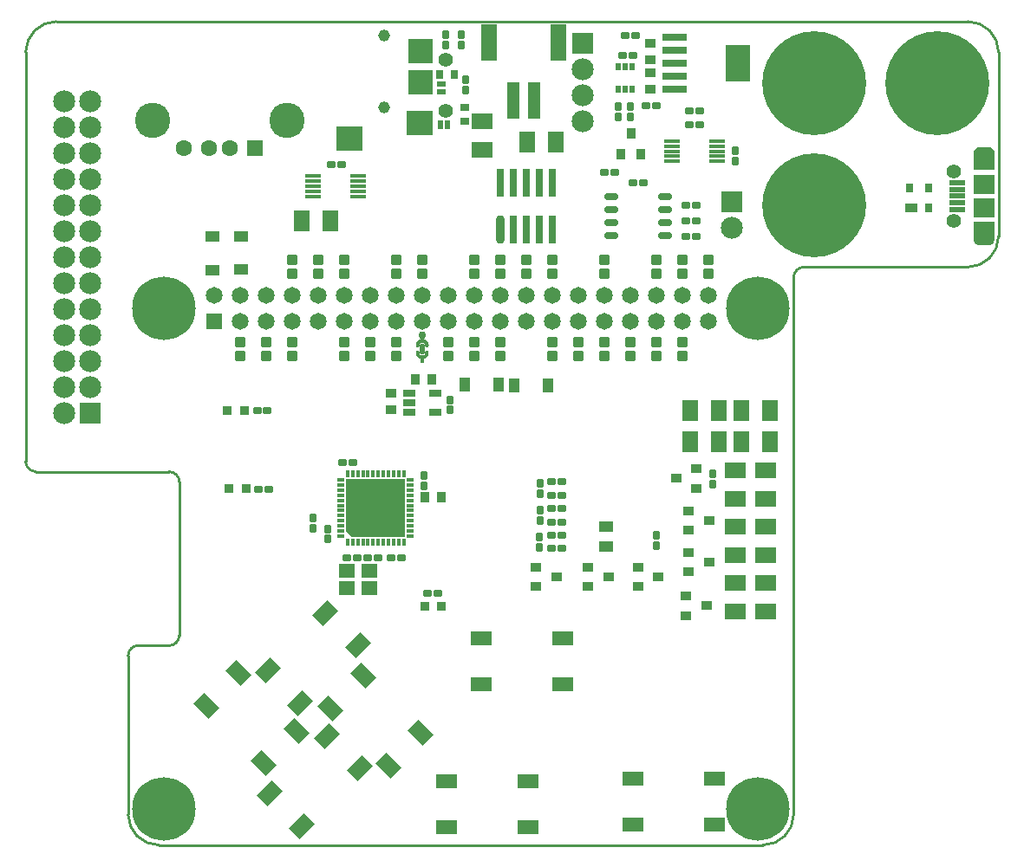
<source format=gts>
G04*
G04 #@! TF.GenerationSoftware,Altium Limited,Altium Designer,21.0.8 (223)*
G04*
G04 Layer_Color=8388736*
%FSAX25Y25*%
%MOIN*%
G70*
G04*
G04 #@! TF.SameCoordinates,C73BC072-7C63-40B6-A927-07284C235285*
G04*
G04*
G04 #@! TF.FilePolarity,Negative*
G04*
G01*
G75*
%ADD14C,0.01000*%
%ADD60O,0.00601X0.00600*%
%ADD61O,0.02191X0.04091*%
%ADD62R,0.03740X0.03740*%
%ADD63R,0.02165X0.03347*%
%ADD64R,0.03347X0.02165*%
%ADD65R,0.03091X0.10591*%
G04:AMPARAMS|DCode=66|XSize=105.91mil|YSize=30.91mil|CornerRadius=9.2mil|HoleSize=0mil|Usage=FLASHONLY|Rotation=90.000|XOffset=0mil|YOffset=0mil|HoleType=Round|Shape=RoundedRectangle|*
%AMROUNDEDRECTD66*
21,1,0.10591,0.01250,0,0,90.0*
21,1,0.08750,0.03091,0,0,90.0*
1,1,0.01841,0.00625,0.04375*
1,1,0.01841,0.00625,-0.04375*
1,1,0.01841,-0.00625,-0.04375*
1,1,0.01841,-0.00625,0.04375*
%
%ADD66ROUNDEDRECTD66*%
%ADD67R,0.02165X0.02953*%
%ADD68R,0.04134X0.03740*%
%ADD69R,0.03740X0.04134*%
%ADD70R,0.05709X0.04134*%
G04:AMPARAMS|DCode=71|XSize=43.31mil|YSize=37.4mil|CornerRadius=6.1mil|HoleSize=0mil|Usage=FLASHONLY|Rotation=0.000|XOffset=0mil|YOffset=0mil|HoleType=Round|Shape=RoundedRectangle|*
%AMROUNDEDRECTD71*
21,1,0.04331,0.02520,0,0,0.0*
21,1,0.03110,0.03740,0,0,0.0*
1,1,0.01221,0.01555,-0.01260*
1,1,0.01221,-0.01555,-0.01260*
1,1,0.01221,-0.01555,0.01260*
1,1,0.01221,0.01555,0.01260*
%
%ADD71ROUNDEDRECTD71*%
%ADD72C,0.05591*%
G04:AMPARAMS|DCode=73|XSize=80.71mil|YSize=57.09mil|CornerRadius=0mil|HoleSize=0mil|Usage=FLASHONLY|Rotation=45.000|XOffset=0mil|YOffset=0mil|HoleType=Round|Shape=Rectangle|*
%AMROTATEDRECTD73*
4,1,4,-0.00835,-0.04872,-0.04872,-0.00835,0.00835,0.04872,0.04872,0.00835,-0.00835,-0.04872,0.0*
%
%ADD73ROTATEDRECTD73*%

G04:AMPARAMS|DCode=74|XSize=80.71mil|YSize=57.09mil|CornerRadius=0mil|HoleSize=0mil|Usage=FLASHONLY|Rotation=315.000|XOffset=0mil|YOffset=0mil|HoleType=Round|Shape=Rectangle|*
%AMROTATEDRECTD74*
4,1,4,-0.04872,0.00835,-0.00835,0.04872,0.04872,-0.00835,0.00835,-0.04872,-0.04872,0.00835,0.0*
%
%ADD74ROTATEDRECTD74*%

%ADD75R,0.08071X0.05709*%
%ADD76R,0.06496X0.13976*%
%ADD77R,0.04528X0.14370*%
G04:AMPARAMS|DCode=78|XSize=43.31mil|YSize=37.4mil|CornerRadius=6.89mil|HoleSize=0mil|Usage=FLASHONLY|Rotation=0.000|XOffset=0mil|YOffset=0mil|HoleType=Round|Shape=RoundedRectangle|*
%AMROUNDEDRECTD78*
21,1,0.04331,0.02362,0,0,0.0*
21,1,0.02953,0.03740,0,0,0.0*
1,1,0.01378,0.01476,-0.01181*
1,1,0.01378,-0.01476,-0.01181*
1,1,0.01378,-0.01476,0.01181*
1,1,0.01378,0.01476,0.01181*
%
%ADD78ROUNDEDRECTD78*%
G04:AMPARAMS|DCode=79|XSize=29.53mil|YSize=31.5mil|CornerRadius=5.91mil|HoleSize=0mil|Usage=FLASHONLY|Rotation=270.000|XOffset=0mil|YOffset=0mil|HoleType=Round|Shape=RoundedRectangle|*
%AMROUNDEDRECTD79*
21,1,0.02953,0.01968,0,0,270.0*
21,1,0.01772,0.03150,0,0,270.0*
1,1,0.01181,-0.00984,-0.00886*
1,1,0.01181,-0.00984,0.00886*
1,1,0.01181,0.00984,0.00886*
1,1,0.01181,0.00984,-0.00886*
%
%ADD79ROUNDEDRECTD79*%
%ADD80R,0.06102X0.08465*%
G04:AMPARAMS|DCode=81|XSize=29.53mil|YSize=31.5mil|CornerRadius=5.91mil|HoleSize=0mil|Usage=FLASHONLY|Rotation=180.000|XOffset=0mil|YOffset=0mil|HoleType=Round|Shape=RoundedRectangle|*
%AMROUNDEDRECTD81*
21,1,0.02953,0.01968,0,0,180.0*
21,1,0.01772,0.03150,0,0,180.0*
1,1,0.01181,-0.00886,0.00984*
1,1,0.01181,0.00886,0.00984*
1,1,0.01181,0.00886,-0.00984*
1,1,0.01181,-0.00886,-0.00984*
%
%ADD81ROUNDEDRECTD81*%
%ADD82R,0.02953X0.03347*%
%ADD83R,0.04528X0.03347*%
%ADD84R,0.05391X0.04191*%
%ADD85R,0.06299X0.01772*%
%ADD86R,0.08465X0.06102*%
%ADD87O,0.05512X0.02953*%
%ADD88R,0.06102X0.01772*%
%ADD89R,0.03740X0.02953*%
%ADD90R,0.02953X0.03740*%
%ADD91R,0.04191X0.05391*%
%ADD92R,0.05118X0.02953*%
%ADD93R,0.06102X0.05315*%
%ADD94R,0.02559X0.01575*%
%ADD95R,0.01575X0.02559*%
%ADD96R,0.20079X0.20079*%
%ADD97R,0.09252X0.02953*%
%ADD98R,0.09252X0.14370*%
%ADD99R,0.10433X0.09252*%
%ADD100R,0.09646X0.09252*%
%ADD101R,0.08071X0.07677*%
%ADD102R,0.05906X0.02165*%
%ADD103R,0.06496X0.06496*%
%ADD104C,0.06496*%
%ADD105R,0.06299X0.06299*%
%ADD106C,0.06299*%
%ADD107C,0.13583*%
%ADD108C,0.08465*%
%ADD109R,0.08465X0.08465*%
%ADD110C,0.39961*%
%ADD111C,0.24409*%
%ADD112C,0.04528*%
%ADD113O,0.05315X0.02657*%
%ADD114C,0.05512*%
%ADD115C,0.02953*%
G36*
X0106267Y0141042D02*
X0106312Y0141031D01*
X0106355Y0141014D01*
X0106394Y0140989D01*
X0106430Y0140959D01*
X0106460Y0140924D01*
X0106484Y0140884D01*
X0106502Y0140841D01*
X0106513Y0140796D01*
X0106517Y0140750D01*
Y0118702D01*
X0106513Y0118656D01*
X0106502Y0118611D01*
X0106484Y0118568D01*
X0106460Y0118528D01*
X0106430Y0118493D01*
X0106394Y0118463D01*
X0106355Y0118438D01*
X0106312Y0118421D01*
X0106267Y0118410D01*
X0106220Y0118406D01*
X0086142D01*
X0086095Y0118410D01*
X0086050Y0118421D01*
X0086020Y0118433D01*
X0086007Y0118438D01*
X0085967Y0118463D01*
X0085932Y0118493D01*
X0083964Y0120461D01*
X0083933Y0120497D01*
X0083909Y0120536D01*
X0083904Y0120549D01*
X0083891Y0120579D01*
X0083881Y0120625D01*
X0083877Y0120671D01*
Y0140750D01*
X0083881Y0140796D01*
X0083891Y0140841D01*
X0083909Y0140884D01*
X0083933Y0140924D01*
X0083964Y0140959D01*
X0083999Y0140989D01*
X0084039Y0141014D01*
X0084082Y0141031D01*
X0084127Y0141042D01*
X0084173Y0141046D01*
X0106220D01*
X0106267Y0141042D01*
D02*
G37*
G36*
X0114977Y0190299D02*
X0114989D01*
X0115000Y0190297D01*
X0115012Y0190296D01*
X0115023Y0190293D01*
X0115034Y0190291D01*
X0115046Y0190288D01*
X0115057Y0190285D01*
X0115068Y0190281D01*
X0115079Y0190277D01*
X0115226Y0190216D01*
X0115237Y0190211D01*
X0115247Y0190206D01*
X0115257Y0190200D01*
X0115268Y0190195D01*
X0115277Y0190188D01*
X0115287Y0190182D01*
X0115296Y0190174D01*
X0115305Y0190167D01*
X0115313Y0190159D01*
X0115322Y0190152D01*
X0115435Y0190039D01*
X0115443Y0190030D01*
X0115451Y0190022D01*
X0115458Y0190012D01*
X0115465Y0190003D01*
X0115472Y0189994D01*
X0115478Y0189984D01*
X0115484Y0189974D01*
X0115490Y0189964D01*
X0115494Y0189953D01*
X0115499Y0189943D01*
X0115561Y0189795D01*
X0115564Y0189784D01*
X0115569Y0189773D01*
X0115571Y0189762D01*
X0115575Y0189751D01*
X0115577Y0189739D01*
X0115579Y0189728D01*
X0115580Y0189716D01*
X0115582Y0189705D01*
Y0189693D01*
X0115583Y0189682D01*
Y0189602D01*
Y0189229D01*
X0115583Y0189226D01*
X0115583Y0189223D01*
X0115581Y0189203D01*
X0115579Y0189183D01*
X0115579Y0189180D01*
X0115578Y0189177D01*
X0115573Y0189157D01*
X0115569Y0189138D01*
X0115568Y0189135D01*
X0115567Y0189132D01*
X0115322Y0188428D01*
X0115320Y0188426D01*
X0115320Y0188423D01*
X0115311Y0188404D01*
X0115303Y0188386D01*
X0115301Y0188383D01*
X0115300Y0188380D01*
X0115288Y0188363D01*
X0115278Y0188347D01*
X0115276Y0188344D01*
X0115274Y0188342D01*
X0114811Y0187758D01*
X0114809Y0187756D01*
X0114807Y0187753D01*
X0114793Y0187739D01*
X0114779Y0187724D01*
X0114777Y0187722D01*
X0114775Y0187720D01*
X0114759Y0187708D01*
X0114743Y0187695D01*
X0114740Y0187694D01*
X0114737Y0187692D01*
X0114108Y0187293D01*
X0114105Y0187292D01*
X0114103Y0187290D01*
X0114085Y0187281D01*
X0114067Y0187271D01*
X0114064Y0187270D01*
X0114061Y0187269D01*
X0114042Y0187263D01*
X0114023Y0187256D01*
X0114020Y0187256D01*
X0114017Y0187255D01*
X0113883Y0187223D01*
Y0186402D01*
Y0186194D01*
D01*
Y0186194D01*
X0113880Y0186148D01*
X0113869Y0186103D01*
X0113860Y0186081D01*
X0113851Y0186060D01*
X0113827Y0186020D01*
X0113796Y0185985D01*
X0113796Y0185985D01*
X0113503Y0185691D01*
X0113503Y0185691D01*
X0113467Y0185661D01*
X0113428Y0185636D01*
X0113410Y0185629D01*
X0113385Y0185619D01*
X0113340Y0185608D01*
X0113293Y0185604D01*
X0112878D01*
X0112831Y0185608D01*
X0112786Y0185619D01*
X0112756Y0185631D01*
X0112743Y0185636D01*
X0112704Y0185661D01*
X0112668Y0185691D01*
X0112375Y0185985D01*
X0112344Y0186020D01*
X0112320Y0186060D01*
X0112302Y0186103D01*
X0112292Y0186148D01*
X0112288Y0186194D01*
Y0186402D01*
Y0187223D01*
X0112154Y0187255D01*
X0112151Y0187256D01*
X0112148Y0187256D01*
X0112129Y0187263D01*
X0112109Y0187269D01*
X0112107Y0187270D01*
X0112104Y0187271D01*
X0112086Y0187281D01*
X0112068Y0187290D01*
X0112065Y0187292D01*
X0112063Y0187293D01*
X0111433Y0187692D01*
X0111431Y0187694D01*
X0111428Y0187695D01*
X0111412Y0187708D01*
X0111396Y0187720D01*
X0111394Y0187722D01*
X0111392Y0187724D01*
X0111378Y0187739D01*
X0111364Y0187753D01*
X0111362Y0187756D01*
X0111360Y0187758D01*
X0110897Y0188342D01*
X0110895Y0188344D01*
X0110893Y0188347D01*
X0110882Y0188364D01*
X0110871Y0188380D01*
X0110870Y0188383D01*
X0110868Y0188386D01*
X0110860Y0188404D01*
X0110852Y0188423D01*
X0110851Y0188426D01*
X0110849Y0188428D01*
X0110604Y0189132D01*
X0110603Y0189135D01*
X0110602Y0189138D01*
X0110598Y0189157D01*
X0110592Y0189177D01*
X0110592Y0189180D01*
X0110591Y0189183D01*
X0110590Y0189203D01*
X0110588Y0189223D01*
X0110588Y0189226D01*
X0110588Y0189229D01*
Y0189602D01*
Y0189682D01*
X0110589Y0189693D01*
Y0189705D01*
X0110591Y0189716D01*
X0110591Y0189728D01*
X0110594Y0189739D01*
X0110596Y0189751D01*
X0110600Y0189762D01*
X0110602Y0189773D01*
X0110607Y0189784D01*
X0110610Y0189795D01*
X0110671Y0189943D01*
X0110677Y0189953D01*
X0110681Y0189964D01*
X0110687Y0189974D01*
X0110693Y0189984D01*
X0110699Y0189994D01*
X0110705Y0190003D01*
X0110713Y0190012D01*
X0110720Y0190022D01*
X0110728Y0190030D01*
X0110736Y0190039D01*
X0110849Y0190152D01*
X0110857Y0190159D01*
X0110866Y0190167D01*
X0110875Y0190174D01*
X0110884Y0190182D01*
X0110894Y0190188D01*
X0110903Y0190195D01*
X0110914Y0190200D01*
X0110924Y0190206D01*
X0110934Y0190211D01*
X0110945Y0190216D01*
X0111092Y0190277D01*
X0111103Y0190281D01*
X0111114Y0190285D01*
X0111125Y0190288D01*
X0111136Y0190291D01*
X0111148Y0190293D01*
X0111159Y0190296D01*
X0111171Y0190297D01*
X0111182Y0190299D01*
X0111194D01*
X0111206Y0190300D01*
X0111365D01*
X0111377Y0190299D01*
X0111389D01*
X0111400Y0190297D01*
X0111412Y0190296D01*
X0111423Y0190293D01*
X0111434Y0190291D01*
X0111446Y0190288D01*
X0111457Y0190285D01*
X0111468Y0190281D01*
X0111479Y0190277D01*
X0111626Y0190216D01*
X0111637Y0190211D01*
X0111647Y0190206D01*
X0111657Y0190200D01*
X0111668Y0190195D01*
X0111677Y0190188D01*
X0111687Y0190182D01*
X0111696Y0190174D01*
X0111705Y0190167D01*
X0111714Y0190159D01*
X0111722Y0190152D01*
X0111835Y0190039D01*
X0111843Y0190030D01*
X0111851Y0190022D01*
X0111858Y0190012D01*
X0111865Y0190003D01*
X0111872Y0189994D01*
X0111878Y0189984D01*
X0111884Y0189974D01*
X0111890Y0189964D01*
X0111894Y0189953D01*
X0111899Y0189943D01*
X0111961Y0189795D01*
X0111964Y0189784D01*
X0111969Y0189773D01*
X0111971Y0189762D01*
X0111975Y0189751D01*
X0111977Y0189739D01*
X0111979Y0189728D01*
X0111980Y0189716D01*
X0111982Y0189705D01*
Y0189693D01*
X0111983Y0189682D01*
Y0189616D01*
X0112004Y0189402D01*
X0112174Y0188993D01*
X0112476Y0188690D01*
X0112885Y0188521D01*
X0113085Y0188501D01*
X0113286Y0188521D01*
X0113695Y0188690D01*
X0113997Y0188993D01*
X0114167Y0189402D01*
X0114188Y0189616D01*
Y0189682D01*
X0114189Y0189693D01*
Y0189705D01*
X0114191Y0189716D01*
X0114191Y0189728D01*
X0114194Y0189739D01*
X0114196Y0189751D01*
X0114200Y0189762D01*
X0114202Y0189773D01*
X0114207Y0189784D01*
X0114210Y0189795D01*
X0114271Y0189943D01*
X0114277Y0189953D01*
X0114281Y0189964D01*
X0114287Y0189974D01*
X0114293Y0189984D01*
X0114299Y0189994D01*
X0114305Y0190003D01*
X0114313Y0190012D01*
X0114320Y0190022D01*
X0114328Y0190030D01*
X0114336Y0190039D01*
X0114449Y0190152D01*
X0114457Y0190159D01*
X0114466Y0190167D01*
X0114475Y0190174D01*
X0114484Y0190182D01*
X0114494Y0190188D01*
X0114503Y0190195D01*
X0114514Y0190200D01*
X0114524Y0190206D01*
X0114534Y0190211D01*
X0114545Y0190216D01*
X0114692Y0190277D01*
X0114703Y0190281D01*
X0114714Y0190285D01*
X0114725Y0190288D01*
X0114736Y0190291D01*
X0114748Y0190293D01*
X0114759Y0190296D01*
X0114771Y0190297D01*
X0114782Y0190299D01*
X0114794D01*
X0114806Y0190300D01*
X0114965D01*
X0114977Y0190299D01*
D02*
G37*
G36*
X0331316Y0268593D02*
X0331328D01*
X0331340Y0268591D01*
X0331351Y0268590D01*
X0331363Y0268588D01*
X0331374Y0268586D01*
X0331385Y0268582D01*
X0331396Y0268580D01*
X0331407Y0268575D01*
X0331418Y0268572D01*
X0332142Y0268272D01*
X0332152Y0268267D01*
X0332163Y0268262D01*
X0332173Y0268256D01*
X0332183Y0268251D01*
X0332192Y0268244D01*
X0332203Y0268238D01*
X0332211Y0268230D01*
X0332221Y0268224D01*
X0332229Y0268215D01*
X0332238Y0268208D01*
X0332792Y0267654D01*
X0332799Y0267645D01*
X0332807Y0267637D01*
X0332814Y0267628D01*
X0332822Y0267619D01*
X0332828Y0267609D01*
X0332835Y0267599D01*
X0332840Y0267589D01*
X0332846Y0267579D01*
X0332851Y0267568D01*
X0332856Y0267558D01*
X0333155Y0266834D01*
X0333159Y0266823D01*
X0333163Y0266812D01*
X0333166Y0266801D01*
X0333170Y0266790D01*
X0333172Y0266779D01*
X0333174Y0266767D01*
X0333175Y0266756D01*
X0333177Y0266744D01*
Y0266733D01*
X0333178Y0266721D01*
Y0266329D01*
Y0260030D01*
X0333174Y0259984D01*
X0333163Y0259939D01*
X0333146Y0259896D01*
X0333121Y0259856D01*
X0333091Y0259821D01*
X0333056Y0259791D01*
X0333016Y0259766D01*
X0332973Y0259749D01*
X0332928Y0259738D01*
X0332882Y0259734D01*
X0325401D01*
X0325355Y0259738D01*
X0325310Y0259749D01*
X0325267Y0259766D01*
X0325227Y0259791D01*
X0325192Y0259821D01*
X0325162Y0259856D01*
X0325138Y0259896D01*
X0325120Y0259939D01*
X0325109Y0259984D01*
X0325105Y0260030D01*
Y0266329D01*
Y0266721D01*
X0325106Y0266733D01*
Y0266744D01*
X0325108Y0266756D01*
X0325109Y0266767D01*
X0325112Y0266779D01*
X0325114Y0266790D01*
X0325117Y0266801D01*
X0325120Y0266812D01*
X0325124Y0266823D01*
X0325128Y0266834D01*
X0325428Y0267558D01*
X0325433Y0267568D01*
X0325437Y0267579D01*
X0325443Y0267589D01*
X0325449Y0267599D01*
X0325455Y0267609D01*
X0325462Y0267619D01*
X0325469Y0267628D01*
X0325476Y0267637D01*
X0325484Y0267645D01*
X0325492Y0267654D01*
X0326045Y0268208D01*
X0326054Y0268215D01*
X0326063Y0268224D01*
X0326072Y0268230D01*
X0326081Y0268238D01*
X0326091Y0268244D01*
X0326100Y0268251D01*
X0326111Y0268256D01*
X0326120Y0268262D01*
X0326131Y0268267D01*
X0326142Y0268272D01*
X0326865Y0268572D01*
X0326876Y0268575D01*
X0326887Y0268580D01*
X0326898Y0268582D01*
X0326909Y0268586D01*
X0326921Y0268588D01*
X0326932Y0268590D01*
X0326944Y0268591D01*
X0326955Y0268593D01*
X0326967D01*
X0326978Y0268594D01*
X0331305D01*
X0331316Y0268593D01*
D02*
G37*
G36*
X0332928Y0239850D02*
X0332973Y0239840D01*
X0333016Y0239822D01*
X0333056Y0239797D01*
X0333091Y0239767D01*
X0333121Y0239732D01*
X0333146Y0239692D01*
X0333163Y0239649D01*
X0333174Y0239604D01*
X0333178Y0239558D01*
Y0233259D01*
Y0232867D01*
X0333177Y0232855D01*
Y0232844D01*
X0333175Y0232832D01*
X0333174Y0232821D01*
X0333172Y0232809D01*
X0333170Y0232798D01*
X0333166Y0232787D01*
X0333163Y0232775D01*
X0333159Y0232765D01*
X0333155Y0232754D01*
X0332856Y0232030D01*
X0332851Y0232020D01*
X0332846Y0232009D01*
X0332840Y0231999D01*
X0332835Y0231989D01*
X0332828Y0231979D01*
X0332822Y0231969D01*
X0332814Y0231961D01*
X0332807Y0231951D01*
X0332799Y0231943D01*
X0332792Y0231934D01*
X0332238Y0231380D01*
X0332229Y0231373D01*
X0332221Y0231364D01*
X0332211Y0231358D01*
X0332203Y0231350D01*
X0332192Y0231344D01*
X0332183Y0231337D01*
X0332173Y0231332D01*
X0332163Y0231326D01*
X0332152Y0231321D01*
X0332142Y0231316D01*
X0331418Y0231016D01*
X0331407Y0231013D01*
X0331396Y0231008D01*
X0331385Y0231006D01*
X0331374Y0231002D01*
X0331363Y0231000D01*
X0331351Y0230997D01*
X0331340Y0230997D01*
X0331328Y0230995D01*
X0331316D01*
X0331305Y0230994D01*
X0326978D01*
X0326967Y0230995D01*
X0326955D01*
X0326944Y0230997D01*
X0326932Y0230997D01*
X0326921Y0231000D01*
X0326909Y0231002D01*
X0326898Y0231006D01*
X0326887Y0231008D01*
X0326876Y0231013D01*
X0326865Y0231016D01*
X0326142Y0231316D01*
X0326131Y0231321D01*
X0326120Y0231326D01*
X0326111Y0231332D01*
X0326100Y0231337D01*
X0326091Y0231344D01*
X0326081Y0231350D01*
X0326072Y0231358D01*
X0326063Y0231364D01*
X0326054Y0231373D01*
X0326045Y0231380D01*
X0325492Y0231934D01*
X0325484Y0231943D01*
X0325476Y0231951D01*
X0325469Y0231961D01*
X0325462Y0231969D01*
X0325455Y0231979D01*
X0325449Y0231989D01*
X0325443Y0231999D01*
X0325437Y0232009D01*
X0325433Y0232020D01*
X0325428Y0232030D01*
X0325128Y0232754D01*
X0325124Y0232765D01*
X0325120Y0232775D01*
X0325117Y0232787D01*
X0325114Y0232798D01*
X0325112Y0232809D01*
X0325109Y0232821D01*
X0325108Y0232832D01*
X0325106Y0232844D01*
Y0232855D01*
X0325105Y0232867D01*
Y0233259D01*
Y0239558D01*
X0325109Y0239604D01*
X0325120Y0239649D01*
X0325138Y0239692D01*
X0325162Y0239732D01*
X0325192Y0239767D01*
X0325227Y0239797D01*
X0325267Y0239822D01*
X0325310Y0239840D01*
X0325355Y0239850D01*
X0325401Y0239854D01*
X0332882D01*
X0332928Y0239850D01*
D02*
G37*
G36*
X0113345Y0196172D02*
X0113390Y0196161D01*
X0113420Y0196148D01*
X0113433Y0196143D01*
X0113472Y0196119D01*
X0113508Y0196089D01*
X0113802Y0195795D01*
X0113832Y0195759D01*
X0113856Y0195720D01*
X0113861Y0195707D01*
X0113874Y0195677D01*
X0113885Y0195632D01*
X0113888Y0195585D01*
Y0195378D01*
Y0194556D01*
X0114022Y0194525D01*
X0114025Y0194524D01*
X0114028Y0194523D01*
X0114047Y0194517D01*
X0114067Y0194511D01*
X0114069Y0194509D01*
X0114072Y0194508D01*
X0114090Y0194499D01*
X0114108Y0194490D01*
X0114111Y0194488D01*
X0114113Y0194487D01*
X0114743Y0194088D01*
X0114745Y0194086D01*
X0114748Y0194084D01*
X0114764Y0194072D01*
X0114780Y0194060D01*
X0114782Y0194058D01*
X0114784Y0194056D01*
X0114798Y0194041D01*
X0114812Y0194026D01*
X0114814Y0194024D01*
X0114816Y0194022D01*
X0115279Y0193438D01*
X0115281Y0193435D01*
X0115283Y0193433D01*
X0115294Y0193416D01*
X0115305Y0193399D01*
X0115306Y0193396D01*
X0115308Y0193394D01*
X0115316Y0193375D01*
X0115324Y0193357D01*
X0115325Y0193354D01*
X0115327Y0193351D01*
X0115572Y0192648D01*
X0115573Y0192645D01*
X0115574Y0192642D01*
X0115578Y0192622D01*
X0115584Y0192603D01*
X0115584Y0192600D01*
X0115585Y0192597D01*
X0115586Y0192576D01*
X0115588Y0192557D01*
X0115588Y0192553D01*
X0115588Y0192550D01*
Y0192178D01*
Y0192098D01*
X0115587Y0192086D01*
Y0192075D01*
X0115585Y0192063D01*
X0115585Y0192051D01*
X0115582Y0192040D01*
X0115580Y0192029D01*
X0115577Y0192018D01*
X0115574Y0192006D01*
X0115569Y0191996D01*
X0115566Y0191984D01*
X0115505Y0191837D01*
X0115499Y0191827D01*
X0115495Y0191816D01*
X0115489Y0191806D01*
X0115483Y0191796D01*
X0115477Y0191786D01*
X0115471Y0191776D01*
X0115463Y0191767D01*
X0115456Y0191758D01*
X0115448Y0191750D01*
X0115440Y0191741D01*
X0115327Y0191628D01*
X0115319Y0191620D01*
X0115310Y0191612D01*
X0115301Y0191605D01*
X0115292Y0191598D01*
X0115282Y0191592D01*
X0115273Y0191585D01*
X0115262Y0191579D01*
X0115252Y0191573D01*
X0115242Y0191569D01*
X0115231Y0191564D01*
X0115084Y0191503D01*
X0115073Y0191499D01*
X0115062Y0191495D01*
X0115051Y0191492D01*
X0115040Y0191488D01*
X0115028Y0191486D01*
X0115017Y0191484D01*
X0115005Y0191483D01*
X0114994Y0191481D01*
X0114982D01*
X0114970Y0191480D01*
X0114811D01*
X0114799Y0191481D01*
X0114787D01*
X0114776Y0191483D01*
X0114764Y0191484D01*
X0114753Y0191486D01*
X0114742Y0191488D01*
X0114731Y0191492D01*
X0114719Y0191495D01*
X0114708Y0191499D01*
X0114697Y0191503D01*
X0114550Y0191564D01*
X0114539Y0191569D01*
X0114529Y0191573D01*
X0114519Y0191579D01*
X0114508Y0191585D01*
X0114499Y0191592D01*
X0114489Y0191598D01*
X0114480Y0191605D01*
X0114471Y0191612D01*
X0114462Y0191620D01*
X0114454Y0191628D01*
X0114341Y0191741D01*
X0114333Y0191750D01*
X0114325Y0191758D01*
X0114318Y0191767D01*
X0114311Y0191776D01*
X0114304Y0191786D01*
X0114298Y0191796D01*
X0114292Y0191806D01*
X0114286Y0191816D01*
X0114282Y0191826D01*
X0114277Y0191837D01*
X0114215Y0191984D01*
X0114212Y0191996D01*
X0114207Y0192006D01*
X0114205Y0192018D01*
X0114201Y0192029D01*
X0114199Y0192040D01*
X0114197Y0192051D01*
X0114196Y0192063D01*
X0114194Y0192075D01*
Y0192086D01*
X0114193Y0192098D01*
Y0192163D01*
X0114172Y0192378D01*
X0114002Y0192787D01*
X0113700Y0193089D01*
X0113291Y0193259D01*
X0113091Y0193279D01*
X0112891Y0193259D01*
X0112481Y0193089D01*
X0112179Y0192787D01*
X0112009Y0192378D01*
X0111988Y0192163D01*
Y0192098D01*
X0111987Y0192086D01*
Y0192075D01*
X0111986Y0192063D01*
X0111985Y0192051D01*
X0111982Y0192040D01*
X0111980Y0192029D01*
X0111977Y0192018D01*
X0111974Y0192006D01*
X0111969Y0191996D01*
X0111966Y0191984D01*
X0111905Y0191837D01*
X0111899Y0191827D01*
X0111895Y0191816D01*
X0111889Y0191806D01*
X0111883Y0191796D01*
X0111877Y0191786D01*
X0111871Y0191776D01*
X0111863Y0191767D01*
X0111856Y0191758D01*
X0111848Y0191750D01*
X0111840Y0191741D01*
X0111727Y0191628D01*
X0111718Y0191620D01*
X0111710Y0191612D01*
X0111701Y0191605D01*
X0111692Y0191598D01*
X0111682Y0191592D01*
X0111673Y0191585D01*
X0111662Y0191579D01*
X0111652Y0191573D01*
X0111642Y0191569D01*
X0111631Y0191564D01*
X0111484Y0191503D01*
X0111473Y0191499D01*
X0111462Y0191495D01*
X0111451Y0191492D01*
X0111440Y0191488D01*
X0111428Y0191486D01*
X0111417Y0191484D01*
X0111405Y0191483D01*
X0111394Y0191481D01*
X0111382D01*
X0111370Y0191480D01*
X0111211D01*
X0111199Y0191481D01*
X0111188D01*
X0111176Y0191483D01*
X0111164Y0191484D01*
X0111153Y0191486D01*
X0111142Y0191488D01*
X0111130Y0191492D01*
X0111119Y0191495D01*
X0111108Y0191499D01*
X0111097Y0191503D01*
X0110950Y0191564D01*
X0110939Y0191569D01*
X0110929Y0191573D01*
X0110919Y0191579D01*
X0110908Y0191585D01*
X0110899Y0191592D01*
X0110889Y0191598D01*
X0110880Y0191605D01*
X0110871Y0191612D01*
X0110863Y0191620D01*
X0110854Y0191628D01*
X0110741Y0191741D01*
X0110733Y0191750D01*
X0110725Y0191758D01*
X0110718Y0191767D01*
X0110711Y0191776D01*
X0110705Y0191786D01*
X0110698Y0191796D01*
X0110692Y0191806D01*
X0110686Y0191816D01*
X0110682Y0191826D01*
X0110677Y0191837D01*
X0110615Y0191984D01*
X0110612Y0191996D01*
X0110607Y0192006D01*
X0110605Y0192018D01*
X0110601Y0192029D01*
X0110599Y0192040D01*
X0110597Y0192051D01*
X0110596Y0192063D01*
X0110594Y0192075D01*
Y0192086D01*
X0110593Y0192098D01*
Y0192178D01*
Y0192550D01*
X0110593Y0192553D01*
X0110593Y0192557D01*
X0110595Y0192576D01*
X0110597Y0192597D01*
X0110597Y0192600D01*
X0110598Y0192603D01*
X0110603Y0192622D01*
X0110607Y0192642D01*
X0110609Y0192645D01*
X0110609Y0192648D01*
X0110854Y0193351D01*
X0110856Y0193354D01*
X0110857Y0193357D01*
X0110865Y0193376D01*
X0110873Y0193394D01*
X0110875Y0193396D01*
X0110876Y0193399D01*
X0110888Y0193416D01*
X0110898Y0193433D01*
X0110900Y0193435D01*
X0110902Y0193438D01*
X0111365Y0194022D01*
X0111367Y0194024D01*
X0111369Y0194026D01*
X0111383Y0194041D01*
X0111397Y0194056D01*
X0111399Y0194058D01*
X0111401Y0194060D01*
X0111417Y0194072D01*
X0111433Y0194084D01*
X0111436Y0194086D01*
X0111439Y0194088D01*
X0112068Y0194487D01*
X0112071Y0194488D01*
X0112073Y0194490D01*
X0112091Y0194499D01*
X0112109Y0194508D01*
X0112112Y0194509D01*
X0112115Y0194511D01*
X0112134Y0194517D01*
X0112153Y0194523D01*
X0112156Y0194524D01*
X0112159Y0194525D01*
X0112293Y0194556D01*
Y0195378D01*
Y0195585D01*
X0112293Y0195589D01*
X0112296Y0195632D01*
X0112307Y0195677D01*
X0112318Y0195702D01*
X0112325Y0195720D01*
X0112349Y0195759D01*
X0112380Y0195795D01*
X0112380Y0195795D01*
X0112673Y0196089D01*
X0112673Y0196089D01*
X0112709Y0196119D01*
X0112748Y0196143D01*
X0112770Y0196152D01*
X0112791Y0196161D01*
X0112837Y0196172D01*
X0112883Y0196175D01*
D01*
X0112883D01*
X0113298D01*
X0113345Y0196172D01*
D02*
G37*
D14*
X0015748Y0076772D02*
G03*
X0019685Y0080709I0000000J0003937D01*
G01*
X0334646Y0305118D02*
G03*
X0322835Y0316929I-0011811J0000000D01*
G01*
X-0027559D02*
G03*
X-0039370Y0305118I0000000J-0011811D01*
G01*
X0259842Y0222441D02*
G03*
X0255906Y0218504I0000000J-0003937D01*
G01*
X0322835Y0222441D02*
G03*
X0334646Y0234252I0000000J0011811D01*
G01*
X-0039370Y0147638D02*
G03*
X-0035433Y0143701I0003937J0000000D01*
G01*
X0003937Y0076772D02*
G03*
X0000000Y0072835I0000000J-0003937D01*
G01*
X0019685Y0139764D02*
G03*
X0015748Y0143701I-0003937J0000000D01*
G01*
X0244094Y0000000D02*
G03*
X0255906Y0011811I0000000J0011811D01*
G01*
X0000000D02*
G03*
X0011811Y0000000I0011811J0000000D01*
G01*
X0003937Y0076772D02*
X0015748D01*
X0019685Y0080709D02*
Y0139764D01*
X0259842Y0222441D02*
X0322835D01*
X0255906Y0011811D02*
Y0218504D01*
X0011811Y0000000D02*
X0244094D01*
X0000000Y0011811D02*
Y0072835D01*
X-0035433Y0143701D02*
X0015748D01*
X-0039370Y0147638D02*
Y0305118D01*
X-0027559Y0316929D02*
X0322835D01*
X0334646Y0234252D02*
Y0305118D01*
D60*
X0113083Y0186237D02*
D03*
X0113093Y0195542D02*
D03*
D61*
X0113091Y0190894D02*
D03*
D62*
X0114052Y0092000D02*
D03*
X0120548D02*
D03*
X0045348Y0137100D02*
D03*
X0038852D02*
D03*
X0044748Y0167300D02*
D03*
X0038252D02*
D03*
D63*
X0122736Y0277067D02*
D03*
X0119980D02*
D03*
D64*
X0120571Y0289961D02*
D03*
Y0292717D02*
D03*
D65*
X0163000Y0255000D02*
D03*
Y0237000D02*
D03*
X0158000Y0255000D02*
D03*
Y0237000D02*
D03*
X0153000Y0255000D02*
D03*
Y0237000D02*
D03*
X0148000Y0255000D02*
D03*
Y0237000D02*
D03*
X0143000Y0255000D02*
D03*
D66*
Y0237000D02*
D03*
D67*
X0188484Y0290945D02*
D03*
X0191043D02*
D03*
X0193602D02*
D03*
X0188484Y0299606D02*
D03*
X0191043D02*
D03*
X0193602D02*
D03*
D68*
X0176757Y0107024D02*
D03*
Y0099544D02*
D03*
X0184631Y0103284D02*
D03*
X0223441Y0124892D02*
D03*
X0215567Y0121151D02*
D03*
Y0128632D02*
D03*
X0196018Y0106919D02*
D03*
Y0099439D02*
D03*
X0203892Y0103179D02*
D03*
X0223441Y0108796D02*
D03*
X0215567Y0105056D02*
D03*
Y0112536D02*
D03*
X0218520Y0137366D02*
D03*
Y0144846D02*
D03*
X0210646Y0141106D02*
D03*
X0164721Y0103225D02*
D03*
X0156847Y0099485D02*
D03*
Y0106965D02*
D03*
X0214567Y0095807D02*
D03*
Y0088327D02*
D03*
X0222441Y0092067D02*
D03*
X0200787Y0308566D02*
D03*
Y0302267D02*
D03*
X0101203Y0167588D02*
D03*
Y0173888D02*
D03*
X0200787Y0290833D02*
D03*
Y0297132D02*
D03*
D69*
X0193300Y0273837D02*
D03*
X0197040Y0265963D02*
D03*
X0189560D02*
D03*
X0110531Y0179331D02*
D03*
X0116831D02*
D03*
X0120274Y0133782D02*
D03*
X0113975D02*
D03*
D70*
X0183800Y0114980D02*
D03*
Y0122460D02*
D03*
D71*
X0042992Y0188287D02*
D03*
X0052992D02*
D03*
X0082992D02*
D03*
X0222992Y0225098D02*
D03*
X0212992D02*
D03*
X0212992Y0188287D02*
D03*
X0202992Y0225098D02*
D03*
X0202992Y0188287D02*
D03*
X0192992D02*
D03*
X0182992Y0225098D02*
D03*
X0182992Y0188287D02*
D03*
X0172992D02*
D03*
X0162992Y0225098D02*
D03*
X0162992Y0188287D02*
D03*
X0152992Y0225098D02*
D03*
X0142992D02*
D03*
X0142992Y0188287D02*
D03*
X0132992Y0225098D02*
D03*
X0132992Y0188287D02*
D03*
X0122992D02*
D03*
X0112992Y0225098D02*
D03*
X0102992D02*
D03*
X0102992Y0188287D02*
D03*
X0092992D02*
D03*
X0082992Y0225098D02*
D03*
X0072992D02*
D03*
X0062992D02*
D03*
X0062992Y0188287D02*
D03*
D72*
X0122047Y0282677D02*
D03*
Y0302165D02*
D03*
D73*
X0088318Y0076751D02*
D03*
X0075790Y0089279D02*
D03*
X0066186Y0054619D02*
D03*
X0053658Y0067147D02*
D03*
X0054277Y0019903D02*
D03*
X0066804Y0007375D02*
D03*
X0076408Y0042035D02*
D03*
X0088936Y0029507D02*
D03*
D74*
X0100031Y0030530D02*
D03*
X0112558Y0043057D02*
D03*
X0077899Y0052662D02*
D03*
X0090426Y0065189D02*
D03*
X0042564Y0066173D02*
D03*
X0030037Y0053646D02*
D03*
X0064696Y0044041D02*
D03*
X0052168Y0031514D02*
D03*
D75*
X0194232Y0025601D02*
D03*
Y0007884D02*
D03*
X0225532Y0025601D02*
D03*
Y0007884D02*
D03*
X0135886Y0079606D02*
D03*
Y0061890D02*
D03*
X0167185Y0079606D02*
D03*
Y0061890D02*
D03*
X0122579Y0024606D02*
D03*
Y0006890D02*
D03*
X0153878Y0024606D02*
D03*
Y0006890D02*
D03*
D76*
X0138906Y0309047D02*
D03*
X0165284D02*
D03*
D77*
X0148158Y0286409D02*
D03*
X0156032D02*
D03*
D78*
X0042992Y0193602D02*
D03*
X0222992Y0219783D02*
D03*
X0212992D02*
D03*
X0212992Y0193602D02*
D03*
X0202992Y0219783D02*
D03*
X0202992Y0193602D02*
D03*
X0192992D02*
D03*
X0182992Y0219783D02*
D03*
X0182992Y0193602D02*
D03*
X0172992D02*
D03*
X0162992Y0219783D02*
D03*
X0162992Y0193602D02*
D03*
X0152992Y0219783D02*
D03*
X0142992D02*
D03*
X0142992Y0193602D02*
D03*
X0132992Y0219783D02*
D03*
X0132992Y0193602D02*
D03*
X0122992D02*
D03*
X0112992Y0219783D02*
D03*
X0102992D02*
D03*
X0102992Y0193602D02*
D03*
X0092992D02*
D03*
X0082992Y0219783D02*
D03*
X0082992Y0193602D02*
D03*
X0072992Y0219783D02*
D03*
X0062992D02*
D03*
X0062992Y0193602D02*
D03*
X0052992D02*
D03*
D79*
X0218504Y0246063D02*
D03*
X0214567D02*
D03*
X0218504Y0234252D02*
D03*
X0214567D02*
D03*
X0218504Y0240158D02*
D03*
X0214567D02*
D03*
X0115232Y0096900D02*
D03*
X0119168D02*
D03*
X0194000Y0255000D02*
D03*
X0197937D02*
D03*
X0162847Y0114068D02*
D03*
X0166783D02*
D03*
X0162847Y0124338D02*
D03*
X0166783D02*
D03*
Y0119203D02*
D03*
X0162847D02*
D03*
X0166783Y0129473D02*
D03*
X0162847D02*
D03*
X0166783Y0139743D02*
D03*
X0162847D02*
D03*
X0162847Y0134608D02*
D03*
X0166783D02*
D03*
X0193996Y0303840D02*
D03*
X0190059D02*
D03*
X0215732Y0277200D02*
D03*
X0219669D02*
D03*
X0081968Y0262000D02*
D03*
X0078031D02*
D03*
X0050131Y0136900D02*
D03*
X0054068D02*
D03*
X0049632Y0167200D02*
D03*
X0053569D02*
D03*
X0219640Y0282414D02*
D03*
X0215703D02*
D03*
X0203068Y0284600D02*
D03*
X0199132D02*
D03*
X0191049Y0311574D02*
D03*
X0194986D02*
D03*
X0086347Y0147321D02*
D03*
X0082410D02*
D03*
X0084061Y0110655D02*
D03*
X0087998D02*
D03*
X0186969Y0259000D02*
D03*
X0183031D02*
D03*
X0095999Y0110656D02*
D03*
X0092062D02*
D03*
X0101077Y0110656D02*
D03*
X0105014D02*
D03*
D80*
X0153551Y0270654D02*
D03*
X0164575D02*
D03*
X0077713Y0240099D02*
D03*
X0066689D02*
D03*
X0215961Y0155165D02*
D03*
X0226984D02*
D03*
X0246669D02*
D03*
X0235646D02*
D03*
X0246669Y0167354D02*
D03*
X0235646D02*
D03*
X0215961D02*
D03*
X0226984D02*
D03*
D81*
X0193100Y0280331D02*
D03*
Y0284268D02*
D03*
X0188300Y0280331D02*
D03*
Y0284268D02*
D03*
X0158205Y0114664D02*
D03*
Y0118601D02*
D03*
X0158280Y0124885D02*
D03*
Y0128822D02*
D03*
Y0135188D02*
D03*
Y0139125D02*
D03*
X0233400Y0267069D02*
D03*
Y0263131D02*
D03*
X0224909Y0142881D02*
D03*
Y0138944D02*
D03*
X0202932Y0115295D02*
D03*
Y0119232D02*
D03*
X0129724Y0294390D02*
D03*
Y0290453D02*
D03*
X0128000Y0307803D02*
D03*
Y0311740D02*
D03*
X0122000Y0307803D02*
D03*
Y0311740D02*
D03*
X0123814Y0167420D02*
D03*
Y0171357D02*
D03*
X0071000Y0125969D02*
D03*
Y0122031D02*
D03*
X0076849Y0121679D02*
D03*
Y0117742D02*
D03*
X0113841Y0138328D02*
D03*
Y0142265D02*
D03*
D82*
X0307874Y0252953D02*
D03*
Y0245079D02*
D03*
X0300394Y0252953D02*
D03*
D83*
X0301181Y0245079D02*
D03*
D84*
X0043445Y0234305D02*
D03*
Y0221405D02*
D03*
X0032381Y0234108D02*
D03*
Y0221208D02*
D03*
D85*
X0088485Y0253641D02*
D03*
Y0251673D02*
D03*
Y0249704D02*
D03*
Y0255610D02*
D03*
Y0257578D02*
D03*
X0071162Y0253641D02*
D03*
Y0251673D02*
D03*
Y0249704D02*
D03*
Y0255610D02*
D03*
Y0257578D02*
D03*
D86*
X0136000Y0278512D02*
D03*
Y0267488D02*
D03*
X0233283Y0089787D02*
D03*
Y0100811D02*
D03*
X0245094Y0089787D02*
D03*
Y0100811D02*
D03*
Y0111441D02*
D03*
Y0122465D02*
D03*
X0233283Y0111441D02*
D03*
Y0122465D02*
D03*
Y0133095D02*
D03*
Y0144118D02*
D03*
X0245094Y0133095D02*
D03*
Y0144118D02*
D03*
D87*
X0206363Y0234615D02*
D03*
Y0239615D02*
D03*
Y0244615D02*
D03*
Y0249615D02*
D03*
X0185693Y0234615D02*
D03*
Y0239615D02*
D03*
Y0244615D02*
D03*
Y0249615D02*
D03*
D88*
X0226303Y0263084D02*
D03*
Y0265052D02*
D03*
Y0267021D02*
D03*
Y0268989D02*
D03*
Y0270958D02*
D03*
X0208980D02*
D03*
Y0268989D02*
D03*
Y0267021D02*
D03*
Y0265052D02*
D03*
Y0263084D02*
D03*
D89*
X0129429Y0278445D02*
D03*
Y0283957D02*
D03*
D90*
X0119783Y0296654D02*
D03*
X0125295D02*
D03*
D91*
X0161450Y0177000D02*
D03*
X0148550D02*
D03*
X0142277Y0177134D02*
D03*
X0129377D02*
D03*
D92*
X0118049Y0173878D02*
D03*
Y0166397D02*
D03*
X0108206D02*
D03*
Y0170138D02*
D03*
Y0173878D02*
D03*
D93*
X0084164Y0098797D02*
D03*
X0092825D02*
D03*
Y0105490D02*
D03*
X0084164D02*
D03*
D94*
X0081909Y0118899D02*
D03*
Y0120868D02*
D03*
Y0122836D02*
D03*
Y0124805D02*
D03*
Y0126773D02*
D03*
Y0128742D02*
D03*
Y0130710D02*
D03*
Y0132679D02*
D03*
Y0134647D02*
D03*
Y0136616D02*
D03*
Y0138584D02*
D03*
Y0140553D02*
D03*
X0108484D02*
D03*
Y0138584D02*
D03*
Y0136616D02*
D03*
Y0134647D02*
D03*
Y0132679D02*
D03*
Y0130710D02*
D03*
Y0128742D02*
D03*
Y0126773D02*
D03*
Y0124805D02*
D03*
Y0122836D02*
D03*
Y0120868D02*
D03*
Y0118899D02*
D03*
D95*
X0084370Y0143013D02*
D03*
X0086338D02*
D03*
X0088307D02*
D03*
X0090275D02*
D03*
X0092244D02*
D03*
X0094212D02*
D03*
X0096181D02*
D03*
X0098149D02*
D03*
X0100118D02*
D03*
X0102086D02*
D03*
X0104055D02*
D03*
X0106023D02*
D03*
Y0116439D02*
D03*
X0104055D02*
D03*
X0102086D02*
D03*
X0100118D02*
D03*
X0098149D02*
D03*
X0096181D02*
D03*
X0094212D02*
D03*
X0092244D02*
D03*
X0090275D02*
D03*
X0088307D02*
D03*
X0086338D02*
D03*
X0084370D02*
D03*
D96*
X0095197Y0129726D02*
D03*
D97*
X0209991Y0300900D02*
D03*
Y0295900D02*
D03*
Y0290900D02*
D03*
Y0305900D02*
D03*
Y0310900D02*
D03*
D98*
X0234400Y0300900D02*
D03*
D99*
X0084982Y0272032D02*
D03*
X0112147Y0277937D02*
D03*
D100*
X0112541Y0305497D02*
D03*
Y0293685D02*
D03*
D101*
X0329142Y0245266D02*
D03*
Y0254322D02*
D03*
D102*
X0318610Y0244676D02*
D03*
Y0247235D02*
D03*
Y0249794D02*
D03*
Y0252353D02*
D03*
Y0254912D02*
D03*
D103*
X0032953Y0201693D02*
D03*
D104*
Y0211693D02*
D03*
X0042953Y0201693D02*
D03*
Y0211693D02*
D03*
X0052953Y0201693D02*
D03*
Y0211693D02*
D03*
X0062953Y0201693D02*
D03*
Y0211693D02*
D03*
X0072953Y0201693D02*
D03*
Y0211693D02*
D03*
X0082953Y0201693D02*
D03*
Y0211693D02*
D03*
X0092953Y0201693D02*
D03*
Y0211693D02*
D03*
X0102953Y0201693D02*
D03*
Y0211693D02*
D03*
X0112953Y0201693D02*
D03*
Y0211693D02*
D03*
X0122953Y0201693D02*
D03*
Y0211693D02*
D03*
X0132953Y0201693D02*
D03*
Y0211693D02*
D03*
X0142953Y0201693D02*
D03*
Y0211693D02*
D03*
X0152953Y0201693D02*
D03*
Y0211693D02*
D03*
X0162953Y0201693D02*
D03*
Y0211693D02*
D03*
X0172953Y0201693D02*
D03*
Y0211693D02*
D03*
X0182953Y0201693D02*
D03*
Y0211693D02*
D03*
X0192953Y0201693D02*
D03*
Y0211693D02*
D03*
X0202953Y0201693D02*
D03*
Y0211693D02*
D03*
X0212953Y0201693D02*
D03*
Y0211693D02*
D03*
X0222953Y0201693D02*
D03*
Y0211693D02*
D03*
D105*
X0048913Y0268331D02*
D03*
D106*
X0039071D02*
D03*
X0031197D02*
D03*
X0021354D02*
D03*
D107*
X0061000Y0279000D02*
D03*
X0009268D02*
D03*
D108*
X-0014685Y0266378D02*
D03*
X-0024685D02*
D03*
Y0276378D02*
D03*
X-0014685D02*
D03*
X-0024685Y0286378D02*
D03*
X-0014685D02*
D03*
Y0176378D02*
D03*
X-0024685Y0166378D02*
D03*
Y0176378D02*
D03*
Y0186378D02*
D03*
X-0014685D02*
D03*
X-0024685Y0196378D02*
D03*
X-0014685D02*
D03*
Y0226378D02*
D03*
X-0024685D02*
D03*
X-0014685Y0216378D02*
D03*
X-0024685D02*
D03*
Y0206378D02*
D03*
X-0014685D02*
D03*
Y0256378D02*
D03*
X-0024685D02*
D03*
X-0014685Y0246378D02*
D03*
X-0024685D02*
D03*
Y0236378D02*
D03*
X-0014685D02*
D03*
X0174803Y0288400D02*
D03*
Y0298400D02*
D03*
Y0278400D02*
D03*
X0232011Y0237469D02*
D03*
D109*
X-0014685Y0166378D02*
D03*
X0174803Y0308400D02*
D03*
X0232011Y0247469D02*
D03*
D110*
X0263779Y0246063D02*
D03*
X0311024Y0293307D02*
D03*
X0263779Y0293307D02*
D03*
D111*
X0013780Y0013780D02*
D03*
Y0206693D02*
D03*
X0242126Y0013780D02*
D03*
Y0206693D02*
D03*
D112*
X0098565Y0283843D02*
D03*
Y0311402D02*
D03*
D113*
X0329142Y0263623D02*
D03*
Y0235965D02*
D03*
D114*
X0317331Y0259341D02*
D03*
Y0240247D02*
D03*
D115*
X0112992Y0196358D02*
D03*
M02*

</source>
